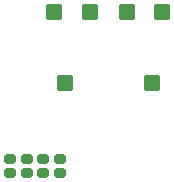
<source format=gtp>
%TF.GenerationSoftware,KiCad,Pcbnew,9.0.3*%
%TF.CreationDate,2025-08-07T08:56:10+03:00*%
%TF.ProjectId,Battery,42617474-6572-4792-9e6b-696361645f70,rev?*%
%TF.SameCoordinates,Original*%
%TF.FileFunction,Paste,Top*%
%TF.FilePolarity,Positive*%
%FSLAX46Y46*%
G04 Gerber Fmt 4.6, Leading zero omitted, Abs format (unit mm)*
G04 Created by KiCad (PCBNEW 9.0.3) date 2025-08-07 08:56:10*
%MOMM*%
%LPD*%
G01*
G04 APERTURE LIST*
G04 Aperture macros list*
%AMRoundRect*
0 Rectangle with rounded corners*
0 $1 Rounding radius*
0 $2 $3 $4 $5 $6 $7 $8 $9 X,Y pos of 4 corners*
0 Add a 4 corners polygon primitive as box body*
4,1,4,$2,$3,$4,$5,$6,$7,$8,$9,$2,$3,0*
0 Add four circle primitives for the rounded corners*
1,1,$1+$1,$2,$3*
1,1,$1+$1,$4,$5*
1,1,$1+$1,$6,$7*
1,1,$1+$1,$8,$9*
0 Add four rect primitives between the rounded corners*
20,1,$1+$1,$2,$3,$4,$5,0*
20,1,$1+$1,$4,$5,$6,$7,0*
20,1,$1+$1,$6,$7,$8,$9,0*
20,1,$1+$1,$8,$9,$2,$3,0*%
G04 Aperture macros list end*
%ADD10RoundRect,0.200000X-0.300000X0.200000X-0.300000X-0.200000X0.300000X-0.200000X0.300000X0.200000X0*%
%ADD11RoundRect,0.200000X0.300000X-0.200000X0.300000X0.200000X-0.300000X0.200000X-0.300000X-0.200000X0*%
%ADD12RoundRect,0.175000X0.525000X0.525000X-0.525000X0.525000X-0.525000X-0.525000X0.525000X-0.525000X0*%
%ADD13RoundRect,0.175000X0.525000X-0.525000X0.525000X0.525000X-0.525000X0.525000X-0.525000X-0.525000X0*%
G04 APERTURE END LIST*
D10*
%TO.C,C1*%
X137720000Y-87400000D03*
X137720000Y-88600000D03*
%TD*%
D11*
%TO.C,F1*%
X136250000Y-88600000D03*
X136250000Y-87400000D03*
%TD*%
%TO.C,R1*%
X140480000Y-88600000D03*
X140480000Y-87400000D03*
%TD*%
D12*
%TO.C,Connector_Battery1*%
X149130000Y-75000000D03*
X148250000Y-81000000D03*
X146120000Y-75000000D03*
D13*
X142980000Y-75000000D03*
D12*
X140880000Y-81000000D03*
X139970000Y-75000000D03*
%TD*%
D10*
%TO.C,C2*%
X139020000Y-87400000D03*
X139020000Y-88600000D03*
%TD*%
M02*

</source>
